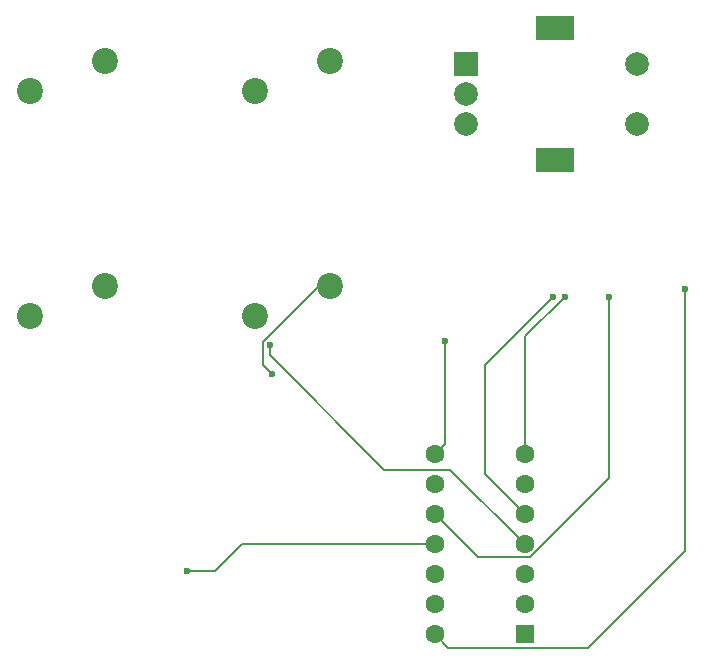
<source format=gbr>
%TF.GenerationSoftware,KiCad,Pcbnew,9.0.7*%
%TF.CreationDate,2026-02-07T12:31:03+00:00*%
%TF.ProjectId,micro discord board,6d696372-6f20-4646-9973-636f72642062,rev?*%
%TF.SameCoordinates,Original*%
%TF.FileFunction,Copper,L2,Bot*%
%TF.FilePolarity,Positive*%
%FSLAX46Y46*%
G04 Gerber Fmt 4.6, Leading zero omitted, Abs format (unit mm)*
G04 Created by KiCad (PCBNEW 9.0.7) date 2026-02-07 12:31:03*
%MOMM*%
%LPD*%
G01*
G04 APERTURE LIST*
G04 Aperture macros list*
%AMRoundRect*
0 Rectangle with rounded corners*
0 $1 Rounding radius*
0 $2 $3 $4 $5 $6 $7 $8 $9 X,Y pos of 4 corners*
0 Add a 4 corners polygon primitive as box body*
4,1,4,$2,$3,$4,$5,$6,$7,$8,$9,$2,$3,0*
0 Add four circle primitives for the rounded corners*
1,1,$1+$1,$2,$3*
1,1,$1+$1,$4,$5*
1,1,$1+$1,$6,$7*
1,1,$1+$1,$8,$9*
0 Add four rect primitives between the rounded corners*
20,1,$1+$1,$2,$3,$4,$5,0*
20,1,$1+$1,$4,$5,$6,$7,0*
20,1,$1+$1,$6,$7,$8,$9,0*
20,1,$1+$1,$8,$9,$2,$3,0*%
G04 Aperture macros list end*
%TA.AperFunction,ComponentPad*%
%ADD10C,2.200000*%
%TD*%
%TA.AperFunction,ComponentPad*%
%ADD11R,2.000000X2.000000*%
%TD*%
%TA.AperFunction,ComponentPad*%
%ADD12C,2.000000*%
%TD*%
%TA.AperFunction,ComponentPad*%
%ADD13R,3.200000X2.000000*%
%TD*%
%TA.AperFunction,ComponentPad*%
%ADD14RoundRect,0.250000X0.550000X0.550000X-0.550000X0.550000X-0.550000X-0.550000X0.550000X-0.550000X0*%
%TD*%
%TA.AperFunction,ComponentPad*%
%ADD15C,1.600000*%
%TD*%
%TA.AperFunction,ViaPad*%
%ADD16C,0.600000*%
%TD*%
%TA.AperFunction,Conductor*%
%ADD17C,0.200000*%
%TD*%
G04 APERTURE END LIST*
D10*
%TO.P,SW3,1,1*%
%TO.N,GND*%
X88265000Y-61595000D03*
%TO.P,SW3,2,2*%
%TO.N,Net-(U1-GPIO28{slash}ADC2{slash}A2)*%
X81915000Y-64135000D03*
%TD*%
%TO.P,SW4,1,1*%
%TO.N,GND*%
X107315000Y-61595000D03*
%TO.P,SW4,2,2*%
%TO.N,Net-(U1-GPIO29{slash}ADC3{slash}A3)*%
X100965000Y-64135000D03*
%TD*%
D11*
%TO.P,SW5,A,A*%
%TO.N,Net-(U1-GPIO2{slash}SCK)*%
X118850000Y-42862500D03*
D12*
%TO.P,SW5,B,B*%
%TO.N,Net-(U1-GPIO1{slash}RX)*%
X118850000Y-47862500D03*
%TO.P,SW5,C,C*%
%TO.N,GND*%
X118850000Y-45362500D03*
D13*
%TO.P,SW5,MP*%
%TO.N,N/C*%
X126350000Y-39762500D03*
X126350000Y-50962500D03*
D12*
%TO.P,SW5,S1*%
X133350000Y-47862500D03*
%TO.P,SW5,S2*%
X133350000Y-42862500D03*
%TD*%
D14*
%TO.P,U1,1,GPIO26/ADC0/A0*%
%TO.N,Net-(U1-GPIO26{slash}ADC0{slash}A0)*%
X123825000Y-91122500D03*
D15*
%TO.P,U1,2,GPIO27/ADC1/A1*%
%TO.N,Net-(U1-GPIO27{slash}ADC1{slash}A1)*%
X123825000Y-88582500D03*
%TO.P,U1,3,GPIO28/ADC2/A2*%
%TO.N,Net-(U1-GPIO28{slash}ADC2{slash}A2)*%
X123825000Y-86042500D03*
%TO.P,U1,4,GPIO29/ADC3/A3*%
%TO.N,Net-(U1-GPIO29{slash}ADC3{slash}A3)*%
X123825000Y-83502500D03*
%TO.P,U1,5,GPIO6/SDA*%
%TO.N,Net-(DS1-~{CS})*%
X123825000Y-80962500D03*
%TO.P,U1,6,GPIO7/SCL*%
%TO.N,unconnected-(U1-GPIO7{slash}SCL-Pad6)*%
X123825000Y-78422500D03*
%TO.P,U1,7,GPIO0/TX*%
%TO.N,Net-(DS1-~{RES})*%
X123825000Y-75882500D03*
%TO.P,U1,8,GPIO1/RX*%
%TO.N,Net-(U1-GPIO1{slash}RX)*%
X116205000Y-75882500D03*
%TO.P,U1,9,GPIO2/SCK*%
%TO.N,Net-(U1-GPIO2{slash}SCK)*%
X116205000Y-78422500D03*
%TO.P,U1,10,GPIO4/MISO*%
%TO.N,Net-(DS1-D{slash}~{C})*%
X116205000Y-80962500D03*
%TO.P,U1,11,GPIO3/MOSI*%
%TO.N,Net-(D1-DIN)*%
X116205000Y-83502500D03*
%TO.P,U1,12,3V3*%
%TO.N,unconnected-(U1-3V3-Pad12)*%
X116205000Y-86042500D03*
%TO.P,U1,13,GND*%
%TO.N,GND*%
X116205000Y-88582500D03*
%TO.P,U1,14,VBUS*%
%TO.N,+5V*%
X116205000Y-91122500D03*
%TD*%
D10*
%TO.P,SW1,1,1*%
%TO.N,GND*%
X88265000Y-42545000D03*
%TO.P,SW1,2,2*%
%TO.N,Net-(U1-GPIO26{slash}ADC0{slash}A0)*%
X81915000Y-45085000D03*
%TD*%
%TO.P,SW2,1,1*%
%TO.N,GND*%
X107315000Y-42545000D03*
%TO.P,SW2,2,2*%
%TO.N,Net-(U1-GPIO27{slash}ADC1{slash}A1)*%
X100965000Y-45085000D03*
%TD*%
D16*
%TO.N,GND*%
X102393750Y-69056250D03*
%TO.N,+5V*%
X137368750Y-61912500D03*
%TO.N,Net-(D1-DIN)*%
X95250000Y-85725000D03*
%TO.N,Net-(DS1-~{CS})*%
X126206250Y-62512500D03*
%TO.N,Net-(DS1-~{RES})*%
X127201472Y-62512500D03*
%TO.N,Net-(DS1-D{slash}~{C})*%
X130968750Y-62512500D03*
%TO.N,Net-(U1-GPIO29{slash}ADC3{slash}A3)*%
X102226035Y-66602324D03*
%TO.N,Net-(U1-GPIO1{slash}RX)*%
X117105515Y-66250735D03*
%TD*%
D17*
%TO.N,GND*%
X101625035Y-66353381D02*
X106383416Y-61595000D01*
X106383416Y-61595000D02*
X107315000Y-61595000D01*
X101625035Y-68287535D02*
X101625035Y-66353381D01*
X102393750Y-69056250D02*
X101625035Y-68287535D01*
%TO.N,+5V*%
X137368750Y-61912500D02*
X137368750Y-84087500D01*
X137368750Y-84087500D02*
X129188500Y-92267750D01*
X129188500Y-92267750D02*
X117350250Y-92267750D01*
X117350250Y-92267750D02*
X116205000Y-91122500D01*
%TO.N,Net-(D1-DIN)*%
X97631250Y-85725000D02*
X99853750Y-83502500D01*
X95250000Y-85725000D02*
X97631250Y-85725000D01*
X99853750Y-83502500D02*
X116205000Y-83502500D01*
%TO.N,Net-(DS1-~{CS})*%
X126206250Y-62512500D02*
X120418485Y-68300265D01*
X120418485Y-68300265D02*
X120418485Y-77555985D01*
X120418485Y-77555985D02*
X123825000Y-80962500D01*
%TO.N,Net-(DS1-~{RES})*%
X123825000Y-65888972D02*
X123825000Y-75882500D01*
X127201472Y-62512500D02*
X123825000Y-65888972D01*
%TO.N,Net-(DS1-D{slash}~{C})*%
X130968750Y-62512500D02*
X130968750Y-77915800D01*
X119846000Y-84603500D02*
X116205000Y-80962500D01*
X130968750Y-77915800D02*
X124281050Y-84603500D01*
X124281050Y-84603500D02*
X119846000Y-84603500D01*
%TO.N,Net-(U1-GPIO29{slash}ADC3{slash}A3)*%
X102226035Y-66602324D02*
X102226035Y-67450851D01*
X117485250Y-77162750D02*
X123825000Y-83502500D01*
X102226035Y-67450851D02*
X111937934Y-77162750D01*
X111937934Y-77162750D02*
X117485250Y-77162750D01*
%TO.N,Net-(U1-GPIO1{slash}RX)*%
X117105515Y-74981985D02*
X116205000Y-75882500D01*
X117105515Y-66250735D02*
X117105515Y-74981985D01*
%TD*%
M02*

</source>
